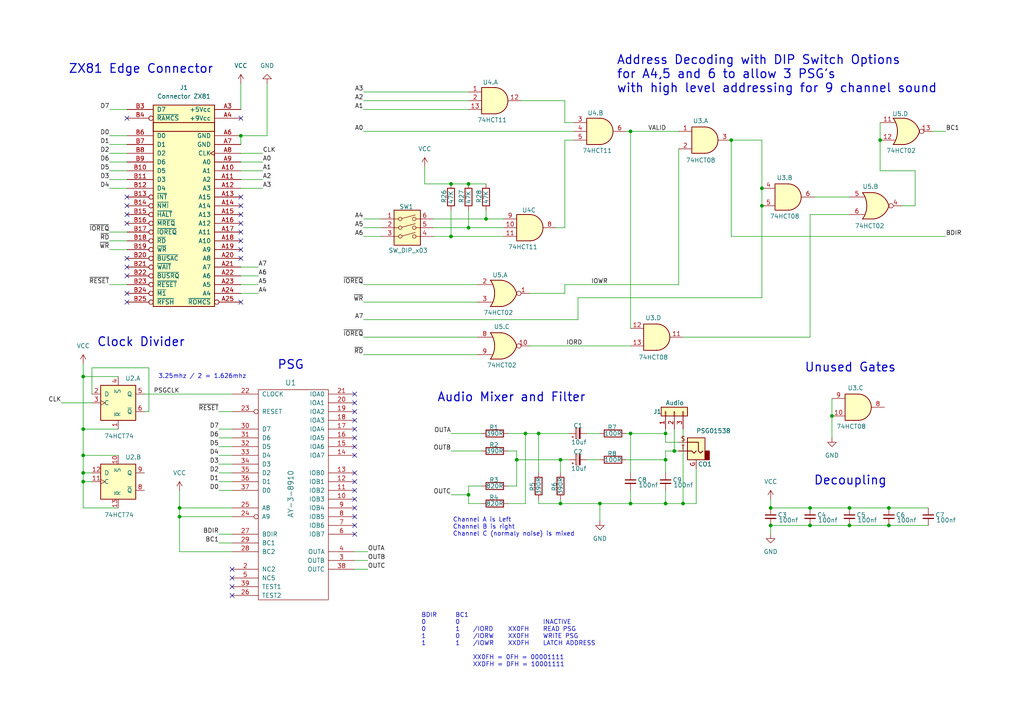
<source format=kicad_sch>
(kicad_sch (version 20250114) (generator "eeschema") (generator_version "9.0")
  (paper "A4")
  (title_block (title "JonZON-X") (date "2025-08-01") (rev "1.0"))
  (lib_symbols
    (symbol "74xx:74HCT74" (pin_names (offset 1.016))
      (property "Reference" "U" (at -7.62 8.89 0))
      (property "Value" "74HCT74" (at -7.62 -8.89 0))
      (symbol "74HCT74_1_0"
        (pin input line (at -7.62 2.54 0) (length 2.54) (name "D") (number "2"))
        (pin input clock (at -7.62 0 0) (length 2.54) (name "C") (number "3"))
        (pin input line (at 0 7.62 270) (length 2.54) (name "~{S}") (number "4"))
        (pin input line (at 0 -7.62 90) (length 2.54) (name "~{R}") (number "1"))
        (pin output line (at 7.62 2.54 180) (length 2.54) (name "Q") (number "5"))
        (pin output line (at 7.62 -2.54 180) (length 2.54) (name "~{Q}") (number "6"))
      )
      (symbol "74HCT74_2_0"
        (pin input line (at -7.62 2.54 0) (length 2.54) (name "D") (number "12"))
        (pin input clock (at -7.62 0 0) (length 2.54) (name "C") (number "11"))
        (pin input line (at 0 7.62 270) (length 2.54) (name "~{S}") (number "10"))
        (pin input line (at 0 -7.62 90) (length 2.54) (name "~{R}") (number "13"))
        (pin output line (at 7.62 2.54 180) (length 2.54) (name "Q") (number "9"))
        (pin output line (at 7.62 -2.54 180) (length 2.54) (name "~{Q}") (number "8"))
      )
      (symbol "74HCT74_3_0"
        (pin power_in line (at 0 10.16 270) (length 2.54) (name "VCC") (number "14"))
        (pin power_in line (at 0 -10.16 90) (length 2.54) (name "GND") (number "7"))
      )
    )
    (symbol "74xx:74LS02" (pin_names (offset 1.016))
      (property "Reference" "U" (at 0 1.27 0))
      (property "Value" "74LS02" (at 0 -1.27 0))
      (symbol "74LS02_1_1"
        (pin input line (at -7.62 2.54 0) (length 4.318) (name "~") (number "2"))
        (pin input line (at -7.62 -2.54 0) (length 4.318) (name "~") (number "3"))
        (pin output inverted (at 7.62 0 180) (length 3.81) (name "~") (number "1"))
      )
      (symbol "74LS02_1_2"
        (pin input inverted (at -7.62 2.54 0) (length 3.81) (name "~") (number "2"))
        (pin input inverted (at -7.62 -2.54 0) (length 3.81) (name "~") (number "3"))
        (pin output line (at 7.62 0 180) (length 3.81) (name "~") (number "1"))
      )
      (symbol "74LS02_2_1"
        (pin input line (at -7.62 2.54 0) (length 4.318) (name "~") (number "5"))
        (pin input line (at -7.62 -2.54 0) (length 4.318) (name "~") (number "6"))
        (pin output inverted (at 7.62 0 180) (length 3.81) (name "~") (number "4"))
      )
      (symbol "74LS02_2_2"
        (pin input inverted (at -7.62 2.54 0) (length 3.81) (name "~") (number "5"))
        (pin input inverted (at -7.62 -2.54 0) (length 3.81) (name "~") (number "6"))
        (pin output line (at 7.62 0 180) (length 3.81) (name "~") (number "4"))
      )
      (symbol "74LS02_3_1"
        (pin input line (at -7.62 2.54 0) (length 4.318) (name "~") (number "8"))
        (pin input line (at -7.62 -2.54 0) (length 4.318) (name "~") (number "9"))
        (pin output inverted (at 7.62 0 180) (length 3.81) (name "~") (number "10"))
      )
      (symbol "74LS02_3_2"
        (pin input inverted (at -7.62 2.54 0) (length 3.81) (name "~") (number "8"))
        (pin input inverted (at -7.62 -2.54 0) (length 3.81) (name "~") (number "9"))
        (pin output line (at 7.62 0 180) (length 3.81) (name "~") (number "10"))
      )
      (symbol "74LS02_4_1"
        (pin input line (at -7.62 2.54 0) (length 4.318) (name "~") (number "11"))
        (pin input line (at -7.62 -2.54 0) (length 4.318) (name "~") (number "12"))
        (pin output inverted (at 7.62 0 180) (length 3.81) (name "~") (number "13"))
      )
      (symbol "74LS02_4_2"
        (pin input inverted (at -7.62 2.54 0) (length 3.81) (name "~") (number "11"))
        (pin input inverted (at -7.62 -2.54 0) (length 3.81) (name "~") (number "12"))
        (pin output line (at 7.62 0 180) (length 3.81) (name "~") (number "13"))
      )
      (symbol "74LS02_5_0"
        (pin power_in line (at 0 12.7 270) (length 5.08) (name "VCC") (number "14"))
        (pin power_in line (at 0 -12.7 90) (length 5.08) (name "GND") (number "7"))
      )
    )
    (symbol "74xx:74LS08" (pin_names (offset 1.016))
      (property "Reference" "U" (at 0 1.27 0))
      (property "Value" "74LS08" (at 0 -1.27 0))
      (symbol "74LS08_1_1"
        (pin input line (at -7.62 2.54 0) (length 3.81) (name "~") (number "1"))
        (pin input line (at -7.62 -2.54 0) (length 3.81) (name "~") (number "2"))
        (pin output line (at 7.62 0 180) (length 3.81) (name "~") (number "3"))
      )
      (symbol "74LS08_1_2"
        (pin input inverted (at -7.62 2.54 0) (length 4.318) (name "~") (number "1"))
        (pin input inverted (at -7.62 -2.54 0) (length 4.318) (name "~") (number "2"))
        (pin output inverted (at 7.62 0 180) (length 3.81) (name "~") (number "3"))
      )
      (symbol "74LS08_2_1"
        (pin input line (at -7.62 2.54 0) (length 3.81) (name "~") (number "4"))
        (pin input line (at -7.62 -2.54 0) (length 3.81) (name "~") (number "5"))
        (pin output line (at 7.62 0 180) (length 3.81) (name "~") (number "6"))
      )
      (symbol "74LS08_2_2"
        (pin input inverted (at -7.62 2.54 0) (length 4.318) (name "~") (number "4"))
        (pin input inverted (at -7.62 -2.54 0) (length 4.318) (name "~") (number "5"))
        (pin output inverted (at 7.62 0 180) (length 3.81) (name "~") (number "6"))
      )
      (symbol "74LS08_3_1"
        (pin input line (at -7.62 2.54 0) (length 3.81) (name "~") (number "9"))
        (pin input line (at -7.62 -2.54 0) (length 3.81) (name "~") (number "10"))
        (pin output line (at 7.62 0 180) (length 3.81) (name "~") (number "8"))
      )
      (symbol "74LS08_3_2"
        (pin input inverted (at -7.62 2.54 0) (length 4.318) (name "~") (number "9"))
        (pin input inverted (at -7.62 -2.54 0) (length 4.318) (name "~") (number "10"))
        (pin output inverted (at 7.62 0 180) (length 3.81) (name "~") (number "8"))
      )
      (symbol "74LS08_4_1"
        (pin input line (at -7.62 2.54 0) (length 3.81) (name "~") (number "12"))
        (pin input line (at -7.62 -2.54 0) (length 3.81) (name "~") (number "13"))
        (pin output line (at 7.62 0 180) (length 3.81) (name "~") (number "11"))
      )
      (symbol "74LS08_4_2"
        (pin input inverted (at -7.62 2.54 0) (length 4.318) (name "~") (number "12"))
        (pin input inverted (at -7.62 -2.54 0) (length 4.318) (name "~") (number "13"))
        (pin output inverted (at 7.62 0 180) (length 3.81) (name "~") (number "11"))
      )
      (symbol "74LS08_5_0"
        (pin power_in line (at 0 12.7 270) (length 5.08) (name "VCC") (number "14"))
        (pin power_in line (at 0 -12.7 90) (length 5.08) (name "GND") (number "7"))
      )
    )
    (symbol "74xx:74LS11" (pin_names (offset 1.016))
      (property "Reference" "U" (at 0 1.27 0))
      (property "Value" "74LS11" (at 0 -1.27 0))
      (symbol "74LS11_1_1"
        (pin input line (at -7.62 2.54 0) (length 3.81) (name "~") (number "1"))
        (pin input line (at -7.62 0 0) (length 3.81) (name "~") (number "2"))
        (pin input line (at -7.62 -2.54 0) (length 3.81) (name "~") (number "13"))
        (pin output line (at 7.62 0 180) (length 3.81) (name "~") (number "12"))
      )
      (symbol "74LS11_1_2"
        (pin input inverted (at -7.62 2.54 0) (length 4.318) (name "~") (number "1"))
        (pin input inverted (at -7.62 0 0) (length 4.953) (name "~") (number "2"))
        (pin input inverted (at -7.62 -2.54 0) (length 4.318) (name "~") (number "13"))
        (pin output inverted (at 7.62 0 180) (length 3.81) (name "~") (number "12"))
      )
      (symbol "74LS11_2_1"
        (pin input line (at -7.62 2.54 0) (length 3.81) (name "~") (number "3"))
        (pin input line (at -7.62 0 0) (length 3.81) (name "~") (number "4"))
        (pin input line (at -7.62 -2.54 0) (length 3.81) (name "~") (number "5"))
        (pin output line (at 7.62 0 180) (length 3.81) (name "~") (number "6"))
      )
      (symbol "74LS11_2_2"
        (pin input inverted (at -7.62 2.54 0) (length 4.318) (name "~") (number "3"))
        (pin input inverted (at -7.62 0 0) (length 4.953) (name "~") (number "4"))
        (pin input inverted (at -7.62 -2.54 0) (length 4.318) (name "~") (number "5"))
        (pin output inverted (at 7.62 0 180) (length 3.81) (name "~") (number "6"))
      )
      (symbol "74LS11_3_1"
        (pin input line (at -7.62 2.54 0) (length 3.81) (name "~") (number "9"))
        (pin input line (at -7.62 0 0) (length 3.81) (name "~") (number "10"))
        (pin input line (at -7.62 -2.54 0) (length 3.81) (name "~") (number "11"))
        (pin output line (at 7.62 0 180) (length 3.81) (name "~") (number "8"))
      )
      (symbol "74LS11_3_2"
        (pin input inverted (at -7.62 2.54 0) (length 4.318) (name "~") (number "9"))
        (pin input inverted (at -7.62 0 0) (length 4.953) (name "~") (number "10"))
        (pin input inverted (at -7.62 -2.54 0) (length 4.318) (name "~") (number "11"))
        (pin output inverted (at 7.62 0 180) (length 3.81) (name "~") (number "8"))
      )
      (symbol "74LS11_4_0"
        (pin power_in line (at 0 12.7 270) (length 5.08) (name "VCC") (number "14"))
        (pin power_in line (at 0 -12.7 90) (length 5.08) (name "GND") (number "7"))
      )
    )
    (symbol "Connector_Audio:AudioJack2_Ground"
      (property "Reference" "J" (at 0 8.89 0))
      (property "Value" "AudioJack2_Ground" (at 0 6.35 0))
      (symbol "AudioJack2_Ground_1_1"
        (pin passive line (at 0 -5.08 90) (length 2.54) (name "~") (number "G"))
        (pin passive line (at 5.08 2.54 180) (length 2.54) (name "~") (number "S"))
        (pin passive line (at 5.08 0 180) (length 2.54) (name "~") (number "T"))
      )
    )
    (symbol "Connector_Generic:Conn_01x03" (pin_names (offset 1.016) (hide yes))
      (property "Reference" "J" (at 0 5.08 0))
      (property "Value" "Conn_01x03" (at 0 -5.08 0))
      (symbol "Conn_01x03_1_1"
        (pin passive line (at -5.08 2.54 0) (length 3.81) (name "Pin_1") (number "1"))
        (pin passive line (at -5.08 0 0) (length 3.81) (name "Pin_2") (number "2"))
        (pin passive line (at -5.08 -2.54 0) (length 3.81) (name "Pin_3") (number "3"))
      )
    )
    (symbol "Device:C_Polarized_Small" (pin_numbers (hide yes)) (pin_names (offset 0.254) (hide yes))
      (property "Reference" "C" (at 0.254 1.778 0))
      (property "Value" "C_Polarized_Small" (at 0.254 -2.032 0))
      (symbol "C_Polarized_Small_1_1"
        (pin passive line (at 0 2.54 270) (length 1.8542) (name "~") (number "1"))
        (pin passive line (at 0 -2.54 90) (length 1.8542) (name "~") (number "2"))
      )
    )
    (symbol "Device:C_Small" (pin_numbers (hide yes)) (pin_names (offset 0.254) (hide yes))
      (property "Reference" "C" (at 0.254 1.778 0))
      (property "Value" "C_Small" (at 0.254 -2.032 0))
      (symbol "C_Small_1_1"
        (pin passive line (at 0 2.54 270) (length 2.032) (name "~") (number "1"))
        (pin passive line (at 0 -2.54 90) (length 2.032) (name "~") (number "2"))
      )
    )
    (symbol "Device:R" (pin_numbers (hide yes)) (pin_names (offset 0))
      (property "Reference" "R1" (at -1.778 -1.27 90))
      (property "Value" "47K" (at 0 -1.778 90))
      (symbol "R_1_1"
        (pin passive line (at 0 3.81 270) (length 1.27) (name "~") (number "1"))
        (pin passive line (at 0 -3.81 90) (length 1.27) (name "~") (number "2"))
      )
    )
    (symbol "R_1" (pin_numbers (hide yes)) (pin_names (offset 0))
      (property "Reference" "R3" (at -1.778 -1.27 90))
      (property "Value" "47K" (at 0 -1.778 90))
      (symbol "R_1_1_1"
        (pin passive line (at 0 3.81 270) (length 1.27) (name "~") (number "1"))
        (pin passive line (at 0 -3.81 90) (length 1.27) (name "~") (number "2"))
      )
    )
    (symbol "R_2" (pin_numbers (hide yes)) (pin_names (offset 0))
      (property "Reference" "R2" (at -1.778 -1.27 90))
      (property "Value" "47K" (at 0 -1.778 90))
      (symbol "R_2_1_1"
        (pin passive line (at 0 3.81 270) (length 1.27) (name "~") (number "1"))
        (pin passive line (at 0 -3.81 90) (length 1.27) (name "~") (number "2"))
      )
    )
    (symbol "R_3" (pin_numbers (hide yes)) (pin_names (offset 0))
      (property "Reference" "R" (at 2.032 0 90))
      (property "Value" "R" (at 0 0 90))
      (symbol "R_3_1_1"
        (pin passive line (at 0 3.81 270) (length 1.27) (name "~") (number "1"))
        (pin passive line (at 0 -3.81 90) (length 1.27) (name "~") (number "2"))
      )
    )
    (symbol "R_4" (pin_numbers (hide yes)) (pin_names (offset 0))
      (property "Reference" "R" (at 2.032 0 90))
      (property "Value" "R" (at 0 0 90))
      (symbol "R_4_1_1"
        (pin passive line (at 0 3.81 270) (length 1.27) (name "~") (number "1"))
        (pin passive line (at 0 -3.81 90) (length 1.27) (name "~") (number "2"))
      )
    )
    (symbol "R_5" (pin_numbers (hide yes)) (pin_names (offset 0))
      (property "Reference" "R" (at 2.032 0 90))
      (property "Value" "R" (at 0 0 90))
      (symbol "R_5_1_1"
        (pin passive line (at 0 3.81 270) (length 1.27) (name "~") (number "1"))
        (pin passive line (at 0 -3.81 90) (length 1.27) (name "~") (number "2"))
      )
    )
    (symbol "R_6" (pin_numbers (hide yes)) (pin_names (offset 0))
      (property "Reference" "R" (at 2.032 0 90))
      (property "Value" "R" (at 0 0 90))
      (symbol "R_6_1_1"
        (pin passive line (at 0 3.81 270) (length 1.27) (name "~") (number "1"))
        (pin passive line (at 0 -3.81 90) (length 1.27) (name "~") (number "2"))
      )
    )
    (symbol "R_7" (pin_numbers (hide yes)) (pin_names (offset 0))
      (property "Reference" "R" (at 2.032 0 90))
      (property "Value" "R" (at 0 0 90))
      (symbol "R_7_1_1"
        (pin passive line (at 0 3.81 270) (length 1.27) (name "~") (number "1"))
        (pin passive line (at 0 -3.81 90) (length 1.27) (name "~") (number "2"))
      )
    )
    (symbol "R_8" (pin_numbers (hide yes)) (pin_names (offset 0))
      (property "Reference" "R" (at 2.032 0 90))
      (property "Value" "R" (at 0 0 90))
      (symbol "R_8_1_1"
        (pin passive line (at 0 3.81 270) (length 1.27) (name "~") (number "1"))
        (pin passive line (at 0 -3.81 90) (length 1.27) (name "~") (number "2"))
      )
    )
    (symbol "Switch:SW_DIP_x03" (pin_names (offset 0) (hide yes))
      (property "Reference" "SW" (at 0 6.35 0))
      (property "Value" "SW_DIP_x03" (at 0 -6.35 0))
      (symbol "SW_DIP_x03_1_1"
        (pin passive line (at -7.62 2.54 0) (length 5.08) (name "~") (number "1"))
        (pin passive line (at -7.62 0 0) (length 5.08) (name "~") (number "2"))
        (pin passive line (at -7.62 -2.54 0) (length 5.08) (name "~") (number "3"))
        (pin passive line (at 7.62 2.54 180) (length 5.08) (name "~") (number "6"))
        (pin passive line (at 7.62 0 180) (length 5.08) (name "~") (number "5"))
        (pin passive line (at 7.62 -2.54 180) (length 5.08) (name "~") (number "4"))
      )
    )
    (symbol "ay-3-8910:AY-3-8910" (pin_names (offset 1.016))
      (property "Reference" "U" (at -2.54 19.05 0))
      (property "Value" "AY-3-8910" (at 1.27 8.89 0))
      (symbol "AY-3-8910_1_1"
        (pin input line (at -17.78 29.21 0) (length 7.62) (name "CLOCK") (number "22"))
        (pin input inverted (at -17.78 24.13 0) (length 7.62) (name "RESET") (number "23"))
        (pin bidirectional line (at -17.78 19.05 0) (length 7.62) (name "D7") (number "30"))
        (pin bidirectional line (at -17.78 16.51 0) (length 7.62) (name "D6") (number "31"))
        (pin bidirectional line (at -17.78 13.97 0) (length 7.62) (name "D5") (number "32"))
        (pin bidirectional line (at -17.78 11.43 0) (length 7.62) (name "D4") (number "33"))
        (pin bidirectional line (at -17.78 8.89 0) (length 7.62) (name "D3") (number "34"))
        (pin bidirectional line (at -17.78 6.35 0) (length 7.62) (name "D2") (number "35"))
        (pin bidirectional line (at -17.78 3.81 0) (length 7.62) (name "D1") (number "36"))
        (pin bidirectional line (at -17.78 1.27 0) (length 7.62) (name "D0") (number "37"))
        (pin input line (at -17.78 -3.81 0) (length 7.62) (name "A8") (number "25"))
        (pin input inverted (at -17.78 -6.35 0) (length 7.62) (name "A9") (number "24"))
        (pin input line (at -17.78 -11.43 0) (length 7.62) (name "BDIR") (number "27"))
        (pin input line (at -17.78 -13.97 0) (length 7.62) (name "BC1") (number "29"))
        (pin input line (at -17.78 -16.51 0) (length 7.62) (name "BC2") (number "28"))
        (pin input line (at -17.78 -21.59 0) (length 7.62) (name "NC2") (number "2"))
        (pin input line (at -17.78 -24.13 0) (length 7.62) (name "NC5") (number "5"))
        (pin input line (at -17.78 -26.67 0) (length 7.62) (name "TEST1") (number "39"))
        (pin input line (at -17.78 -29.21 0) (length 7.62) (name "TEST2") (number "26"))
        (pin power_in line (at -1.27 38.1 270) (length 7.62) (hide yes) (name "VCC") (number "40"))
        (pin power_in line (at -1.27 -38.1 90) (length 7.62) (hide yes) (name "GND") (number "1"))
        (pin bidirectional line (at 17.78 29.21 180) (length 7.62) (name "IOA0") (number "21"))
        (pin bidirectional line (at 17.78 26.67 180) (length 7.62) (name "IOA1") (number "20"))
        (pin bidirectional line (at 17.78 24.13 180) (length 7.62) (name "IOA2") (number "19"))
        (pin bidirectional line (at 17.78 21.59 180) (length 7.62) (name "IOA3") (number "18"))
        (pin bidirectional line (at 17.78 19.05 180) (length 7.62) (name "IOA4") (number "17"))
        (pin bidirectional line (at 17.78 16.51 180) (length 7.62) (name "IOA5") (number "16"))
        (pin bidirectional line (at 17.78 13.97 180) (length 7.62) (name "IOA6") (number "15"))
        (pin bidirectional line (at 17.78 11.43 180) (length 7.62) (name "IOA7") (number "14"))
        (pin bidirectional line (at 17.78 6.35 180) (length 7.62) (name "IOB0") (number "13"))
        (pin bidirectional line (at 17.78 3.81 180) (length 7.62) (name "IOB1") (number "12"))
        (pin bidirectional line (at 17.78 1.27 180) (length 7.62) (name "IOB2") (number "11"))
        (pin bidirectional line (at 17.78 -1.27 180) (length 7.62) (name "IOB3") (number "10"))
        (pin bidirectional line (at 17.78 -3.81 180) (length 7.62) (name "IOB4") (number "9"))
        (pin bidirectional line (at 17.78 -6.35 180) (length 7.62) (name "IOB5") (number "8"))
        (pin bidirectional line (at 17.78 -8.89 180) (length 7.62) (name "IOB6") (number "7"))
        (pin bidirectional line (at 17.78 -11.43 180) (length 7.62) (name "IOB7") (number "6"))
        (pin output line (at 17.78 -16.51 180) (length 7.62) (name "OUTA") (number "4"))
        (pin output line (at 17.78 -19.05 180) (length 7.62) (name "OUTB") (number "3"))
        (pin output line (at 17.78 -21.59 180) (length 7.62) (name "OUTC") (number "38"))
      )
    )
    (symbol "connector zx81:Connector ZX81" (pin_names (offset 1.016))
      (property "Reference" "J" (at 1.27 36.83 0))
      (property "Value" "Connector ZX81" (at 1.27 -29.972 0))
      (symbol "Connector ZX81_1_1"
        (pin bidirectional line (at -16.51 29.21 0) (length 7.62) (name "D7") (number "B3"))
        (pin input inverted (at -16.51 26.67 0) (length 7.62) (name "~{RAMCS}") (number "B4"))
        (pin bidirectional line (at -16.51 21.59 0) (length 7.62) (name "D0") (number "B6"))
        (pin bidirectional line (at -16.51 19.05 0) (length 7.62) (name "D1") (number "B7"))
        (pin bidirectional line (at -16.51 16.51 0) (length 7.62) (name "D2") (number "B8"))
        (pin bidirectional line (at -16.51 13.97 0) (length 7.62) (name "D6") (number "B9"))
        (pin bidirectional line (at -16.51 11.43 0) (length 7.62) (name "D5") (number "B10"))
        (pin bidirectional line (at -16.51 8.89 0) (length 7.62) (name "D3") (number "B11"))
        (pin bidirectional line (at -16.51 6.35 0) (length 7.62) (name "D4") (number "B12"))
        (pin bidirectional inverted (at -16.51 3.81 0) (length 7.62) (name "~{INT}") (number "B13"))
        (pin bidirectional inverted (at -16.51 1.27 0) (length 7.62) (name "~{NMI}") (number "B14"))
        (pin bidirectional inverted (at -16.51 -1.27 0) (length 7.62) (name "~{HALT}") (number "B15"))
        (pin bidirectional inverted (at -16.51 -3.81 0) (length 7.62) (name "~{MREQ}") (number "B16"))
        (pin bidirectional inverted (at -16.51 -6.35 0) (length 7.62) (name "~{IOREQ}") (number "B17"))
        (pin bidirectional inverted (at -16.51 -8.89 0) (length 7.62) (name "~{RD}") (number "B18"))
        (pin bidirectional inverted (at -16.51 -11.43 0) (length 7.62) (name "~{WR}") (number "B19"))
        (pin bidirectional inverted (at -16.51 -13.97 0) (length 7.62) (name "~{BUSAC}") (number "B20"))
        (pin bidirectional inverted (at -16.51 -16.51 0) (length 7.62) (name "~{WAIT}") (number "B21"))
        (pin bidirectional inverted (at -16.51 -19.05 0) (length 7.62) (name "~{BUSRQ}") (number "B22"))
        (pin bidirectional inverted (at -16.51 -21.59 0) (length 7.62) (name "~{RESET}") (number "B23"))
        (pin bidirectional inverted (at -16.51 -24.13 0) (length 7.62) (name "~{M1}") (number "B24"))
        (pin bidirectional inverted (at -16.51 -26.67 0) (length 7.62) (name "~{RFSH}") (number "B25"))
        (pin bidirectional line (at 16.51 29.21 180) (length 7.62) (name "+5Vcc") (number "A3"))
        (pin bidirectional line (at 16.51 26.67 180) (length 7.62) (name "+9Vcc") (number "A4"))
        (pin bidirectional line (at 16.51 21.59 180) (length 7.62) (name "GND") (number "A6"))
        (pin bidirectional line (at 16.51 19.05 180) (length 7.62) (name "GND") (number "A7"))
        (pin bidirectional clock (at 16.51 16.51 180) (length 7.62) (name "CLK") (number "A8"))
        (pin bidirectional line (at 16.51 13.97 180) (length 7.62) (name "A0") (number "A9"))
        (pin bidirectional line (at 16.51 11.43 180) (length 7.62) (name "A1") (number "A10"))
        (pin bidirectional line (at 16.51 8.89 180) (length 7.62) (name "A2") (number "A11"))
        (pin bidirectional line (at 16.51 6.35 180) (length 7.62) (name "A3") (number "A12"))
        (pin bidirectional line (at 16.51 3.81 180) (length 7.62) (name "A15") (number "A13"))
        (pin bidirectional line (at 16.51 1.27 180) (length 7.62) (name "A14") (number "A14"))
        (pin bidirectional line (at 16.51 -1.27 180) (length 7.62) (name "A13") (number "A15"))
        (pin bidirectional line (at 16.51 -3.81 180) (length 7.62) (name "A12") (number "A16"))
        (pin bidirectional line (at 16.51 -6.35 180) (length 7.62) (name "A11") (number "A17"))
        (pin bidirectional line (at 16.51 -8.89 180) (length 7.62) (name "A10") (number "A18"))
        (pin bidirectional line (at 16.51 -11.43 180) (length 7.62) (name "A9") (number "A19"))
        (pin bidirectional line (at 16.51 -13.97 180) (length 7.62) (name "A8") (number "A20"))
        (pin bidirectional line (at 16.51 -16.51 180) (length 7.62) (name "A7") (number "A21"))
        (pin bidirectional line (at 16.51 -19.05 180) (length 7.62) (name "A6") (number "A22"))
        (pin bidirectional line (at 16.51 -21.59 180) (length 7.62) (name "A5") (number "A23"))
        (pin bidirectional line (at 16.51 -24.13 180) (length 7.62) (name "A4") (number "A24"))
        (pin bidirectional inverted (at 16.51 -26.67 180) (length 7.62) (name "~{ROMCS}") (number "A25"))
      )
    )
    (symbol "power:GND" (power) (pin_numbers (hide yes)) (pin_names (offset 0) (hide yes))
      (property "Value" "GND" (at 0 -3.81 0))
      (symbol "GND_1_1"
        (pin power_in line (at 0 0 270) (length 0) (name "~") (number "1"))
      )
    )
    (symbol "power:VCC" (power) (pin_numbers (hide yes)) (pin_names (offset 0) (hide yes))
      (property "Value" "VCC" (at 0 3.556 0))
      (symbol "VCC_1_1"
        (pin power_in line (at 0 0 90) (length 0) (name "~") (number "1"))
      )
    )
  )
  (text "Address Decoding with DIP Switch Options \nfor A4,5 and 6 to allow 3 PSG's\nwith high level addressing for 9 channel sound" (at 178.816 21.59 0) (effects (font (size 2.54 2.54) (thickness 0.3175)) (justify left)))
  (text "ZX81 Edge Connector" (at 40.894 20.066 0) (effects (font (size 2.54 2.54) (thickness 0.3175))))
  (text "PSG" (at 84.328 105.918 0) (effects (font (size 2.54 2.54) (thickness 0.3175))))
  (text "Decoupling" (at 246.634 139.446 0) (effects (font (size 2.54 2.54) (thickness 0.3175))))
  (text "Clock Divider" (at 40.894 99.314 0) (effects (font (size 2.54 2.54) (thickness 0.3175))))
  (text "Unused Gates" (at 246.634 106.68 0) (effects (font (size 2.54 2.54) (thickness 0.3175))))
  (text "BDIR	BC1\n0		0					INACTIVE\n0		1	/IORD	XX0FH	READ PSG\n1		0	/IORW	XX0FH	WRITE PSG\n1		1	/IOWR	XXDFH	LATCH ADDRESS\n\n			XX0FH = 0FH = 00001111\n			XXDFH = DFH = 10001111" (at 122.174 185.674 0) (effects (font (size 1.27 1.27)) (justify left)))
  (text "Channel A is Left\nChannel B is right\nChannel C (normaly noise) is mixed" (at 131.318 152.908 0) (effects (font (size 1.27 1.27)) (justify left)))
  (text "Audio Mixer and Filter" (at 148.336 115.316 0) (effects (font (size 2.54 2.54) (thickness 0.3175))))
  (text "3.25mhz / 2 = 1.626mhz" (at 58.674 109.22 0) (effects (font (size 1.27 1.27))))
  (junction (at 140.97 63.5))
  (junction (at 135.89 53.34))
  (junction (at 52.07 149.86))
  (junction (at 223.52 152.4))
  (junction (at 223.52 147.32))
  (junction (at 162.56 146.05))
  (junction (at 220.98 59.69))
  (junction (at 193.04 133.35))
  (junction (at 246.38 152.4))
  (junction (at 198.12 146.05))
  (junction (at 24.13 124.46))
  (junction (at 257.81 147.32))
  (junction (at 246.38 147.32))
  (junction (at 149.86 133.35))
  (junction (at 173.99 146.05))
  (junction (at 241.3 120.65))
  (junction (at 24.13 137.16))
  (junction (at 195.58 130.81))
  (junction (at 135.89 66.04))
  (junction (at 193.04 146.05))
  (junction (at 130.81 68.58))
  (junction (at 182.88 146.05))
  (junction (at 255.27 40.64))
  (junction (at 193.04 125.73))
  (junction (at 52.07 147.32))
  (junction (at 130.81 53.34))
  (junction (at 182.88 125.73))
  (junction (at 156.21 125.73))
  (junction (at 234.95 147.32))
  (junction (at 152.4 125.73))
  (junction (at 257.81 152.4))
  (junction (at 69.85 39.37))
  (junction (at 220.98 54.61))
  (junction (at 24.13 109.22))
  (junction (at 24.13 132.08))
  (junction (at 234.95 152.4))
  (junction (at 135.89 143.51))
  (junction (at 162.56 133.35))
  (junction (at 182.88 38.1))
  (junction (at 212.09 40.64))
  (junction (at 24.13 139.7))
  (no_connect (at 69.85 67.31))
  (no_connect (at 69.85 57.15))
  (no_connect (at 67.31 170.18))
  (no_connect (at 69.85 74.93))
  (no_connect (at 102.87 139.7))
  (no_connect (at 102.87 152.4))
  (no_connect (at 36.83 87.63))
  (no_connect (at 69.85 64.77))
  (no_connect (at 36.83 62.23))
  (no_connect (at 36.83 64.77))
  (no_connect (at 69.85 62.23))
  (no_connect (at 67.31 172.72))
  (no_connect (at 102.87 142.24))
  (no_connect (at 69.85 34.29))
  (no_connect (at 102.87 119.38))
  (no_connect (at 69.85 59.69))
  (no_connect (at 102.87 124.46))
  (no_connect (at 102.87 129.54))
  (no_connect (at 102.87 127))
  (no_connect (at 36.83 85.09))
  (no_connect (at 36.83 80.01))
  (no_connect (at 102.87 121.92))
  (no_connect (at 102.87 149.86))
  (no_connect (at 69.85 72.39))
  (no_connect (at 36.83 77.47))
  (no_connect (at 67.31 165.1))
  (no_connect (at 36.83 34.29))
  (no_connect (at 36.83 57.15))
  (no_connect (at 102.87 137.16))
  (no_connect (at 102.87 144.78))
  (no_connect (at 102.87 154.94))
  (no_connect (at 102.87 132.08))
  (no_connect (at 102.87 116.84))
  (no_connect (at 67.31 167.64))
  (no_connect (at 69.85 69.85))
  (no_connect (at 69.85 87.63))
  (no_connect (at 102.87 147.32))
  (no_connect (at 36.83 74.93))
  (no_connect (at 102.87 114.3))
  (no_connect (at 36.83 59.69))
  (wire (pts (xy 198.12 146.05) (xy 201.93 146.05)))
  (wire (pts (xy 193.04 142.24) (xy 193.04 146.05)))
  (wire (pts (xy 274.32 68.58) (xy 212.09 68.58)))
  (wire (pts (xy 74.93 82.55) (xy 69.85 82.55)))
  (wire (pts (xy 147.32 125.73) (xy 152.4 125.73)))
  (wire (pts (xy 173.99 151.13) (xy 173.99 146.05)))
  (wire (pts (xy 163.83 35.56) (xy 166.37 35.56)))
  (wire (pts (xy 31.75 67.31) (xy 36.83 67.31)))
  (wire (pts (xy 220.98 86.36) (xy 220.98 59.69)))
  (wire (pts (xy 26.67 137.16) (xy 24.13 137.16)))
  (wire (pts (xy 149.86 140.97) (xy 149.86 133.35)))
  (wire (pts (xy 147.32 140.97) (xy 149.86 140.97)))
  (wire (pts (xy 52.07 149.86) (xy 52.07 160.02)))
  (wire (pts (xy 152.4 125.73) (xy 156.21 125.73)))
  (wire (pts (xy 234.95 152.4) (xy 246.38 152.4)))
  (wire (pts (xy 193.04 133.35) (xy 193.04 137.16)))
  (wire (pts (xy 110.49 66.04) (xy 105.41 66.04)))
  (wire (pts (xy 63.5 142.24) (xy 67.31 142.24)))
  (wire (pts (xy 106.68 165.1) (xy 102.87 165.1)))
  (wire (pts (xy 135.89 53.34) (xy 140.97 53.34)))
  (wire (pts (xy 63.5 124.46) (xy 67.31 124.46)))
  (wire (pts (xy 26.67 139.7) (xy 24.13 139.7)))
  (wire (pts (xy 182.88 38.1) (xy 181.61 38.1)))
  (wire (pts (xy 162.56 133.35) (xy 165.1 133.35)))
  (wire (pts (xy 246.38 152.4) (xy 257.81 152.4)))
  (wire (pts (xy 105.41 38.1) (xy 166.37 38.1)))
  (wire (pts (xy 223.52 152.4) (xy 223.52 154.94)))
  (wire (pts (xy 167.64 86.36) (xy 220.98 86.36)))
  (wire (pts (xy 106.68 160.02) (xy 102.87 160.02)))
  (wire (pts (xy 41.91 114.3) (xy 67.31 114.3)))
  (wire (pts (xy 182.88 125.73) (xy 193.04 125.73)))
  (wire (pts (xy 201.93 135.89) (xy 201.93 146.05)))
  (wire (pts (xy 246.38 147.32) (xy 257.81 147.32)))
  (wire (pts (xy 69.85 39.37) (xy 69.85 41.91)))
  (wire (pts (xy 265.43 49.53) (xy 265.43 59.69)))
  (wire (pts (xy 24.13 147.32) (xy 24.13 139.7)))
  (wire (pts (xy 162.56 137.16) (xy 162.56 133.35)))
  (wire (pts (xy 182.88 38.1) (xy 196.85 38.1)))
  (wire (pts (xy 220.98 40.64) (xy 220.98 54.61)))
  (wire (pts (xy 63.5 139.7) (xy 67.31 139.7)))
  (wire (pts (xy 34.29 147.32) (xy 24.13 147.32)))
  (wire (pts (xy 52.07 149.86) (xy 67.31 149.86)))
  (wire (pts (xy 234.95 147.32) (xy 246.38 147.32)))
  (wire (pts (xy 198.12 97.79) (xy 234.95 97.79)))
  (wire (pts (xy 241.3 115.57) (xy 241.3 120.65)))
  (wire (pts (xy 130.81 60.96) (xy 130.81 68.58)))
  (wire (pts (xy 135.89 66.04) (xy 146.05 66.04)))
  (wire (pts (xy 74.93 80.01) (xy 69.85 80.01)))
  (wire (pts (xy 110.49 68.58) (xy 105.41 68.58)))
  (wire (pts (xy 181.61 133.35) (xy 193.04 133.35)))
  (wire (pts (xy 125.73 68.58) (xy 130.81 68.58)))
  (wire (pts (xy 74.93 77.47) (xy 69.85 77.47)))
  (wire (pts (xy 43.18 106.68) (xy 43.18 119.38)))
  (wire (pts (xy 63.5 154.94) (xy 67.31 154.94)))
  (wire (pts (xy 149.86 133.35) (xy 162.56 133.35)))
  (wire (pts (xy 223.52 152.4) (xy 234.95 152.4)))
  (wire (pts (xy 255.27 35.56) (xy 255.27 40.64)))
  (wire (pts (xy 63.5 132.08) (xy 67.31 132.08)))
  (wire (pts (xy 149.86 133.35) (xy 149.86 130.81)))
  (wire (pts (xy 156.21 144.78) (xy 156.21 146.05)))
  (wire (pts (xy 182.88 125.73) (xy 182.88 137.16)))
  (wire (pts (xy 130.81 68.58) (xy 146.05 68.58)))
  (wire (pts (xy 125.73 66.04) (xy 135.89 66.04)))
  (wire (pts (xy 196.85 82.55) (xy 196.85 43.18)))
  (wire (pts (xy 31.75 49.53) (xy 36.83 49.53)))
  (wire (pts (xy 105.41 102.87) (xy 138.43 102.87)))
  (wire (pts (xy 105.41 87.63) (xy 138.43 87.63)))
  (wire (pts (xy 130.81 53.34) (xy 135.89 53.34)))
  (wire (pts (xy 257.81 147.32) (xy 269.24 147.32)))
  (wire (pts (xy 26.67 114.3) (xy 26.67 106.68)))
  (wire (pts (xy 34.29 109.22) (xy 24.13 109.22)))
  (wire (pts (xy 77.47 39.37) (xy 69.85 39.37)))
  (wire (pts (xy 156.21 146.05) (xy 162.56 146.05)))
  (wire (pts (xy 182.88 38.1) (xy 182.88 95.25)))
  (wire (pts (xy 198.12 124.46) (xy 198.12 146.05)))
  (wire (pts (xy 63.5 134.62) (xy 67.31 134.62)))
  (wire (pts (xy 193.04 125.73) (xy 193.04 128.27)))
  (wire (pts (xy 236.22 57.15) (xy 246.38 57.15)))
  (wire (pts (xy 105.41 29.21) (xy 135.89 29.21)))
  (wire (pts (xy 105.41 26.67) (xy 135.89 26.67)))
  (wire (pts (xy 31.75 41.91) (xy 36.83 41.91)))
  (wire (pts (xy 24.13 139.7) (xy 24.13 137.16)))
  (wire (pts (xy 162.56 146.05) (xy 173.99 146.05)))
  (wire (pts (xy 193.04 146.05) (xy 198.12 146.05)))
  (wire (pts (xy 52.07 160.02) (xy 67.31 160.02)))
  (wire (pts (xy 130.81 143.51) (xy 135.89 143.51)))
  (wire (pts (xy 63.5 119.38) (xy 67.31 119.38)))
  (wire (pts (xy 167.64 92.71) (xy 105.41 92.71)))
  (wire (pts (xy 125.73 63.5) (xy 140.97 63.5)))
  (wire (pts (xy 52.07 142.24) (xy 52.07 147.32)))
  (wire (pts (xy 76.2 49.53) (xy 69.85 49.53)))
  (wire (pts (xy 31.75 54.61) (xy 36.83 54.61)))
  (wire (pts (xy 147.32 146.05) (xy 152.4 146.05)))
  (wire (pts (xy 241.3 120.65) (xy 241.3 127)))
  (wire (pts (xy 34.29 124.46) (xy 24.13 124.46)))
  (wire (pts (xy 130.81 130.81) (xy 139.7 130.81)))
  (wire (pts (xy 17.78 116.84) (xy 26.67 116.84)))
  (wire (pts (xy 163.83 82.55) (xy 196.85 82.55)))
  (wire (pts (xy 173.99 146.05) (xy 182.88 146.05)))
  (wire (pts (xy 193.04 133.35) (xy 193.04 130.81)))
  (wire (pts (xy 220.98 40.64) (xy 212.09 40.64)))
  (wire (pts (xy 24.13 132.08) (xy 24.13 137.16)))
  (wire (pts (xy 24.13 109.22) (xy 24.13 124.46)))
  (wire (pts (xy 123.19 48.26) (xy 123.19 53.34)))
  (wire (pts (xy 63.5 137.16) (xy 67.31 137.16)))
  (wire (pts (xy 67.31 147.32) (xy 52.07 147.32)))
  (wire (pts (xy 74.93 85.09) (xy 69.85 85.09)))
  (wire (pts (xy 76.2 54.61) (xy 69.85 54.61)))
  (wire (pts (xy 31.75 52.07) (xy 36.83 52.07)))
  (wire (pts (xy 76.2 52.07) (xy 69.85 52.07)))
  (wire (pts (xy 156.21 125.73) (xy 165.1 125.73)))
  (wire (pts (xy 161.29 66.04) (xy 163.83 66.04)))
  (wire (pts (xy 163.83 82.55) (xy 163.83 85.09)))
  (wire (pts (xy 76.2 46.99) (xy 69.85 46.99)))
  (wire (pts (xy 31.75 72.39) (xy 36.83 72.39)))
  (wire (pts (xy 31.75 31.75) (xy 36.83 31.75)))
  (wire (pts (xy 163.83 40.64) (xy 166.37 40.64)))
  (wire (pts (xy 135.89 140.97) (xy 135.89 143.51)))
  (wire (pts (xy 26.67 106.68) (xy 43.18 106.68)))
  (wire (pts (xy 163.83 66.04) (xy 163.83 40.64)))
  (wire (pts (xy 52.07 147.32) (xy 52.07 149.86)))
  (wire (pts (xy 105.41 31.75) (xy 135.89 31.75)))
  (wire (pts (xy 153.67 100.33) (xy 182.88 100.33)))
  (wire (pts (xy 170.18 125.73) (xy 173.99 125.73)))
  (wire (pts (xy 31.75 39.37) (xy 36.83 39.37)))
  (wire (pts (xy 77.47 24.13) (xy 77.47 39.37)))
  (wire (pts (xy 69.85 24.13) (xy 69.85 31.75)))
  (wire (pts (xy 105.41 97.79) (xy 138.43 97.79)))
  (wire (pts (xy 193.04 130.81) (xy 195.58 130.81)))
  (wire (pts (xy 135.89 60.96) (xy 135.89 66.04)))
  (wire (pts (xy 181.61 125.73) (xy 182.88 125.73)))
  (wire (pts (xy 140.97 60.96) (xy 140.97 63.5)))
  (wire (pts (xy 63.5 127) (xy 67.31 127)))
  (wire (pts (xy 274.32 38.1) (xy 270.51 38.1)))
  (wire (pts (xy 234.95 62.23) (xy 246.38 62.23)))
  (wire (pts (xy 234.95 97.79) (xy 234.95 62.23)))
  (wire (pts (xy 63.5 129.54) (xy 67.31 129.54)))
  (wire (pts (xy 110.49 63.5) (xy 105.41 63.5)))
  (wire (pts (xy 257.81 152.4) (xy 269.24 152.4)))
  (wire (pts (xy 123.19 53.34) (xy 130.81 53.34)))
  (wire (pts (xy 162.56 144.78) (xy 162.56 146.05)))
  (wire (pts (xy 195.58 124.46) (xy 195.58 130.81)))
  (wire (pts (xy 156.21 125.73) (xy 156.21 137.16)))
  (wire (pts (xy 105.41 82.55) (xy 138.43 82.55)))
  (wire (pts (xy 24.13 132.08) (xy 34.29 132.08)))
  (wire (pts (xy 212.09 68.58) (xy 212.09 40.64)))
  (wire (pts (xy 163.83 85.09) (xy 153.67 85.09)))
  (wire (pts (xy 152.4 146.05) (xy 152.4 125.73)))
  (wire (pts (xy 163.83 29.21) (xy 163.83 35.56)))
  (wire (pts (xy 135.89 146.05) (xy 139.7 146.05)))
  (wire (pts (xy 24.13 124.46) (xy 24.13 132.08)))
  (wire (pts (xy 170.18 133.35) (xy 173.99 133.35)))
  (wire (pts (xy 182.88 146.05) (xy 193.04 146.05)))
  (wire (pts (xy 63.5 157.48) (xy 67.31 157.48)))
  (wire (pts (xy 31.75 69.85) (xy 36.83 69.85)))
  (wire (pts (xy 43.18 119.38) (xy 41.91 119.38)))
  (wire (pts (xy 220.98 59.69) (xy 220.98 54.61)))
  (wire (pts (xy 223.52 144.78) (xy 223.52 147.32)))
  (wire (pts (xy 195.58 130.81) (xy 196.85 130.81)))
  (wire (pts (xy 265.43 59.69) (xy 261.62 59.69)))
  (wire (pts (xy 223.52 147.32) (xy 234.95 147.32)))
  (wire (pts (xy 130.81 125.73) (xy 139.7 125.73)))
  (wire (pts (xy 31.75 46.99) (xy 36.83 46.99)))
  (wire (pts (xy 31.75 44.45) (xy 36.83 44.45)))
  (wire (pts (xy 24.13 105.41) (xy 24.13 109.22)))
  (wire (pts (xy 167.64 86.36) (xy 167.64 92.71)))
  (wire (pts (xy 193.04 128.27) (xy 196.85 128.27)))
  (wire (pts (xy 147.32 130.81) (xy 149.86 130.81)))
  (wire (pts (xy 76.2 44.45) (xy 69.85 44.45)))
  (wire (pts (xy 31.75 82.55) (xy 36.83 82.55)))
  (wire (pts (xy 255.27 40.64) (xy 255.27 49.53)))
  (wire (pts (xy 255.27 49.53) (xy 265.43 49.53)))
  (wire (pts (xy 151.13 29.21) (xy 163.83 29.21)))
  (wire (pts (xy 135.89 146.05) (xy 135.89 143.51)))
  (wire (pts (xy 106.68 162.56) (xy 102.87 162.56)))
  (wire (pts (xy 182.88 142.24) (xy 182.88 146.05)))
  (wire (pts (xy 140.97 63.5) (xy 146.05 63.5)))
  (wire (pts (xy 193.04 124.46) (xy 193.04 125.73)))
  (wire (pts (xy 139.7 140.97) (xy 135.89 140.97)))
  (label "BC1" (at 63.5 157.48 180))
  (label "D4" (at 63.5 132.08 180))
  (label "IORD" (at 168.91 100.33 180))
  (label "D5" (at 31.75 49.53 180))
  (label "BC1" (at 274.32 38.1 0))
  (label "~{IOREQ}" (at 105.41 82.55 180))
  (label "A3" (at 105.41 26.67 180))
  (label "A3" (at 76.2 54.61 0))
  (label "OUTB" (at 106.68 162.56 0))
  (label "~{RD}" (at 105.41 102.87 180))
  (label "D2" (at 31.75 44.45 180))
  (label "A7" (at 105.41 92.71 180))
  (label "CLK" (at 76.2 44.45 0))
  (label "A2" (at 76.2 52.07 0))
  (label "D0" (at 63.5 142.24 180))
  (label "BDIR" (at 274.32 68.58 0))
  (label "~{IOREQ}" (at 105.41 97.79 180))
  (label "~{WR}" (at 105.41 87.63 180))
  (label "A4" (at 74.93 85.09 0))
  (label "OUTC" (at 106.68 165.1 0))
  (label "OUTB" (at 130.81 130.81 180))
  (label "A2" (at 105.41 29.21 180))
  (label "A4" (at 105.41 63.5 180))
  (label "D3" (at 63.5 134.62 180))
  (label "D6" (at 31.75 46.99 180))
  (label "A1" (at 105.41 31.75 180))
  (label "A5" (at 105.41 66.04 180))
  (label "OUTC" (at 130.81 143.51 180))
  (label "A0" (at 105.41 38.1 180))
  (label "A6" (at 105.41 68.58 180))
  (label "OUTA" (at 130.81 125.73 180))
  (label "D4" (at 31.75 54.61 180))
  (label "A0" (at 76.2 46.99 0))
  (label "A1" (at 76.2 49.53 0))
  (label "~{WR}" (at 31.75 72.39 180))
  (label "IOWR" (at 171.45 82.55 0))
  (label "PSGCLK" (at 52.07 114.3 180))
  (label "D7" (at 63.5 124.46 180))
  (label "D5" (at 63.5 129.54 180))
  (label "CLK" (at 17.78 116.84 180))
  (label "D1" (at 63.5 139.7 180))
  (label "~{RD}" (at 31.75 69.85 180))
  (label "OUTA" (at 106.68 160.02 0))
  (label "~{RESET}" (at 63.5 119.38 180))
  (label "D6" (at 63.5 127 180))
  (label "D2" (at 63.5 137.16 180))
  (label "~{IOREQ}" (at 31.75 67.31 180))
  (label "BDIR" (at 63.5 154.94 180))
  (label "A6" (at 74.93 80.01 0))
  (label "~{RESET}" (at 31.75 82.55 180))
  (label "D1" (at 31.75 41.91 180))
  (label "D0" (at 31.75 39.37 180))
  (label "A7" (at 74.93 77.47 0))
  (label "D7" (at 31.75 31.75 180))
  (label "VALID" (at 187.96 38.1 0))
  (label "D3" (at 31.75 52.07 180))
  (label "A5" (at 74.93 82.55 0))
  (symbol (lib_id "power:GND") (at 173.99 151.13 0) (unit 1)
    (property "Reference" "#PWR04" (effects (hide yes)))
    (property "Value" "GND" (at 173.99 156.21 0))
    (property "Description" "Power symbol creates a global label with name \"GND\" , ground" (effects (hide yes)))
  )
  (symbol (lib_id "74xx:74HCT74") (at 34.29 139.7 0) (unit 2)
    (property "Reference" "U2." (at 36.322 132.588 0) (effects (justify left)))
    (property "Value" "74HCT74" (at 30.226 149.352 0) (effects (justify left)))
    (property "Datasheet" "https://assets.nexperia.com/documents/data-sheet/74HC_HCT74.pdf" (effects (hide yes)))
    (property "Description" "Dual D Flip-flop, Set & Reset" (effects (hide yes)))
  )
  (symbol (lib_id "74xx:74LS08") (at 248.92 118.11 0) (unit 3)
    (property "Reference" "U3." (at 248.158 112.522 0))
    (property "Value" "74HCT08" (at 246.888 123.698 0))
    (property "Datasheet" "http://www.ti.com/lit/gpn/sn74LS08" (effects (hide yes)))
    (property "Description" "Quad And2" (effects (hide yes)))
  )
  (symbol (lib_id "Device:C_Polarized_Small") (at 167.64 133.35 90) (unit 1)
    (property "Reference" "C2" (at 167.64 131.064 90))
    (property "Value" "10uf" (at 167.894 135.89 90))
    (property "Description" "Polarized capacitor, small symbol" (effects (hide yes)))
  )
  (symbol (lib_name "R_5") (lib_id "Device:R") (at 177.8 133.35 90) (unit 1)
    (property "Reference" "R8" (at 177.546 131.572 90))
    (property "Value" "100R" (at 177.8 133.35 90))
    (property "Description" "Resistor" (effects (hide yes)))
  )
  (symbol (lib_id "74xx:74LS08") (at 228.6 57.15 0) (unit 2)
    (property "Reference" "U3." (at 227.584 51.562 0))
    (property "Value" "74HCT08" (at 227.584 62.738 0))
    (property "Datasheet" "http://www.ti.com/lit/gpn/sn74LS08" (effects (hide yes)))
    (property "Description" "Quad And2" (effects (hide yes)))
  )
  (symbol (lib_name "R_1") (lib_id "Device:R") (at 130.81 57.15 0) (unit 1)
    (property "Reference" "R26" (at 128.778 58.928 90) (effects (justify left)))
    (property "Value" "47K" (at 130.81 59.182 90) (effects (justify left)))
    (property "Description" "Resistor" (effects (hide yes)))
  )
  (symbol (lib_id "ay-3-8910:AY-3-8910") (at 85.09 143.51 0) (unit 1)
    (property "Reference" "U1" (at 84.328 110.998 0) (effects (font (size 1.524 1.524))))
    (property "Value" "AY-3-8910" (at 84.328 143.256 90) (effects (font (size 1.524 1.524))))
  )
  (symbol (lib_name "R_6") (lib_id "Device:R") (at 143.51 130.81 90) (unit 1)
    (property "Reference" "R2" (at 143.256 129.032 90))
    (property "Value" "390R" (at 143.51 130.81 90))
    (property "Description" "Resistor" (effects (hide yes)))
  )
  (symbol (lib_id "74xx:74LS11") (at 153.67 66.04 0) (unit 3)
    (property "Reference" "U4" (at 153.416 60.96 0))
    (property "Value" "74HCT11" (at 151.638 71.628 0))
    (property "Datasheet" "http://www.ti.com/lit/gpn/sn74LS11" (effects (hide yes)))
    (property "Description" "Triple 3-input AND" (effects (hide yes)))
  )
  (symbol (lib_id "74xx:74LS08") (at 190.5 97.79 0) (unit 4)
    (property "Reference" "U3." (at 189.484 92.202 0))
    (property "Value" "74HCT08" (at 189.484 103.632 0))
    (property "Datasheet" "http://www.ti.com/lit/gpn/sn74LS08" (effects (hide yes)))
    (property "Description" "Quad And2" (effects (hide yes)))
  )
  (symbol (lib_id "74xx:74HCT74") (at 34.29 116.84 0) (unit 1)
    (property "Reference" "U2." (at 36.322 109.728 0) (effects (justify left)))
    (property "Value" "74HCT74" (at 30.226 126.492 0) (effects (justify left)))
    (property "Datasheet" "https://assets.nexperia.com/documents/data-sheet/74HC_HCT74.pdf" (effects (hide yes)))
    (property "Description" "Dual D Flip-flop, Set & Reset" (effects (hide yes)))
  )
  (symbol (lib_id "Connector_Audio:AudioJack2_Ground") (at 201.93 130.81 0) (mirror y) (unit 1)
    (property "Reference" "CO1" (at 202.438 134.62 0) (effects (justify right)))
    (property "Value" "PSG01538" (at 201.93 124.968 0) (effects (justify right)))
    (property "Description" "Audio Jack, 2 Poles (Mono / TS), Grounded Sleeve" (effects (hide yes)))
  )
  (symbol (lib_name "R_7") (lib_id "Device:R") (at 156.21 140.97 0) (unit 1)
    (property "Reference" "R5" (at 154.432 142.494 90) (effects (justify left)))
    (property "Value" "390R" (at 156.21 143.51 90) (effects (justify left)))
    (property "Description" "Resistor" (effects (hide yes)))
  )
  (symbol (lib_name "R_5") (lib_id "Device:R") (at 177.8 125.73 90) (unit 1)
    (property "Reference" "R7" (at 177.546 123.952 90))
    (property "Value" "100R" (at 177.8 125.73 90))
    (property "Description" "Resistor" (effects (hide yes)))
  )
  (symbol (lib_id "power:GND") (at 77.47 24.13 0) (mirror x) (unit 1)
    (property "Reference" "#PWR011" (effects (hide yes)))
    (property "Value" "GND" (at 77.47 19.05 0))
    (property "Description" "Power symbol creates a global label with name \"GND\" , ground" (effects (hide yes)))
  )
  (symbol (lib_name "R_2") (lib_id "Device:R") (at 135.89 57.15 0) (unit 1)
    (property "Reference" "R27" (at 133.858 58.928 90) (effects (justify left)))
    (property "Value" "47K" (at 135.89 59.182 90) (effects (justify left)))
    (property "Description" "Resistor" (effects (hide yes)))
  )
  (symbol (lib_id "74xx:74LS02") (at 146.05 85.09 0) (unit 1)
    (property "Reference" "U5." (at 145.034 79.756 0))
    (property "Value" "74HCT02" (at 144.526 90.678 0))
    (property "Datasheet" "http://www.ti.com/lit/gpn/sn74ls02" (effects (hide yes)))
    (property "Description" "quad 2-input NOR gate" (effects (hide yes)))
  )
  (symbol (lib_name "R_4") (lib_id "Device:R") (at 143.51 140.97 270) (unit 1)
    (property "Reference" "R3" (at 143.256 139.192 90))
    (property "Value" "820R" (at 143.51 140.97 90))
    (property "Description" "Resistor" (effects (hide yes)))
  )
  (symbol (lib_id "power:GND") (at 223.52 154.94 0) (unit 1)
    (property "Reference" "#PWR03" (effects (hide yes)))
    (property "Value" "GND" (at 223.52 160.02 0))
    (property "Description" "Power symbol creates a global label with name \"GND\" , ground" (effects (hide yes)))
  )
  (symbol (lib_name "R_8") (lib_id "Device:R") (at 162.56 140.97 0) (unit 1)
    (property "Reference" "R6" (at 160.782 142.494 90) (effects (justify left)))
    (property "Value" "390R" (at 162.56 143.51 90) (effects (justify left)))
    (property "Description" "Resistor" (effects (hide yes)))
  )
  (symbol (lib_id "Device:C_Polarized_Small") (at 167.64 125.73 90) (unit 1)
    (property "Reference" "C1" (at 167.64 123.444 90))
    (property "Value" "10uf" (at 167.894 128.27 90))
    (property "Description" "Polarized capacitor, small symbol" (effects (hide yes)))
  )
  (symbol (lib_id "Device:R") (at 140.97 57.15 0) (unit 1)
    (property "Reference" "R28" (at 138.938 58.928 90) (effects (justify left)))
    (property "Value" "47K" (at 140.97 59.182 90) (effects (justify left)))
    (property "Description" "Resistor" (effects (hide yes)))
  )
  (symbol (lib_id "Connector_Generic:Conn_01x03") (at 195.58 119.38 90) (unit 1)
    (property "Reference" "J1" (at 189.484 119.38 90) (effects (justify right)))
    (property "Value" "Audio" (at 193.04 116.84 90) (effects (justify right)))
    (property "Description" "Generic connector, single row, 01x03, script generated (kicad-library-utils/schlib/autogen/connector/)" (effects (hide yes)))
  )
  (symbol (lib_id "Switch:SW_DIP_x03") (at 118.11 66.04 0) (unit 1)
    (property "Reference" "SW1" (at 117.856 59.944 0))
    (property "Value" "SW_DIP_x03" (at 118.364 72.644 0))
    (property "Description" "3x DIP Switch, Single Pole Single Throw (SPST) switch, small symbol" (effects (hide yes)))
  )
  (symbol (lib_id "74xx:74LS02") (at 262.89 38.1 0) (unit 4)
    (property "Reference" "U5." (at 261.112 33.02 0))
    (property "Value" "74HCT02" (at 261.366 43.688 0))
    (property "Datasheet" "http://www.ti.com/lit/gpn/sn74ls02" (effects (hide yes)))
    (property "Description" "quad 2-input NOR gate" (effects (hide yes)))
  )
  (symbol (lib_id "Device:C_Small") (at 269.24 149.86 0) (unit 1)
    (property "Reference" "C7" (at 271.272 149.352 0) (effects (justify left)))
    (property "Value" "100nf" (at 271.526 150.876 0) (effects (justify left)))
    (property "Description" "Unpolarized capacitor, small symbol" (effects (hide yes)))
  )
  (symbol (lib_id "74xx:74LS02") (at 254 59.69 0) (unit 2)
    (property "Reference" "U5." (at 252.476 54.102 0))
    (property "Value" "74HCT02" (at 252.222 65.532 0))
    (property "Datasheet" "http://www.ti.com/lit/gpn/sn74ls02" (effects (hide yes)))
    (property "Description" "quad 2-input NOR gate" (effects (hide yes)))
  )
  (symbol (lib_name "R_5") (lib_id "Device:R") (at 143.51 125.73 90) (unit 1)
    (property "Reference" "R1" (at 143.256 123.952 90))
    (property "Value" "390R" (at 143.51 125.73 90))
    (property "Description" "Resistor" (effects (hide yes)))
  )
  (symbol (lib_id "74xx:74LS08") (at 204.47 40.64 0) (unit 1)
    (property "Reference" "U3." (at 203.2 35.052 0))
    (property "Value" "74HCT08" (at 203.2 46.482 0))
    (property "Datasheet" "http://www.ti.com/lit/gpn/sn74LS08" (effects (hide yes)))
    (property "Description" "Quad And2" (effects (hide yes)))
  )
  (symbol (lib_id "power:VCC") (at 123.19 48.26 0) (unit 1)
    (property "Reference" "#PWR01" (effects (hide yes)))
    (property "Value" "VCC" (at 123.19 43.18 0))
    (property "Description" "Power symbol creates a global label with name \"VCC\"" (effects (hide yes)))
  )
  (symbol (lib_id "power:VCC") (at 24.13 105.41 0) (unit 1)
    (property "Reference" "#PWR09" (effects (hide yes)))
    (property "Value" "VCC" (at 24.13 100.33 0))
    (property "Description" "Power symbol creates a global label with name \"VCC\"" (effects (hide yes)))
  )
  (symbol (lib_id "Device:C_Small") (at 182.88 139.7 0) (unit 1)
    (property "Reference" "C8" (at 184.912 139.192 0) (effects (justify left)))
    (property "Value" "100nf" (at 185.166 140.716 0) (effects (justify left)))
    (property "Description" "Unpolarized capacitor, small symbol" (effects (hide yes)))
  )
  (symbol (lib_name "R_3") (lib_id "Device:R") (at 143.51 146.05 270) (unit 1)
    (property "Reference" "R4" (at 143.256 144.272 90))
    (property "Value" "820R" (at 143.51 146.05 90))
    (property "Description" "Resistor" (effects (hide yes)))
  )
  (symbol (lib_id "Device:C_Small") (at 193.04 139.7 0) (unit 1)
    (property "Reference" "C9" (at 195.072 139.192 0) (effects (justify left)))
    (property "Value" "100nf" (at 195.326 140.716 0) (effects (justify left)))
    (property "Description" "Unpolarized capacitor, small symbol" (effects (hide yes)))
  )
  (symbol (lib_id "power:GND") (at 241.3 127 0) (unit 1)
    (property "Reference" "#PWR05" (effects (hide yes)))
    (property "Value" "GND" (at 241.3 132.08 0))
    (property "Description" "Power symbol creates a global label with name \"GND\" , ground" (effects (hide yes)))
  )
  (symbol (lib_id "Device:C_Small") (at 223.52 149.86 0) (unit 1)
    (property "Reference" "C3" (at 225.552 149.352 0) (effects (justify left)))
    (property "Value" "100nf" (at 225.806 150.876 0) (effects (justify left)))
    (property "Description" "Unpolarized capacitor, small symbol" (effects (hide yes)))
  )
  (symbol (lib_id "connector zx81:Connector ZX81") (at 53.34 60.96 0) (unit 1)
    (property "Reference" "J1" (at 53.34 25.4 0))
    (property "Value" "Connector ZX81" (at 53.34 27.94 0))
  )
  (symbol (lib_id "Device:C_Small") (at 234.95 149.86 0) (unit 1)
    (property "Reference" "C4" (at 236.982 149.352 0) (effects (justify left)))
    (property "Value" "100nf" (at 237.236 150.876 0) (effects (justify left)))
    (property "Description" "Unpolarized capacitor, small symbol" (effects (hide yes)))
  )
  (symbol (lib_id "Device:C_Small") (at 246.38 149.86 0) (unit 1)
    (property "Reference" "C5" (at 248.412 149.352 0) (effects (justify left)))
    (property "Value" "100nf" (at 248.666 150.876 0) (effects (justify left)))
    (property "Description" "Unpolarized capacitor, small symbol" (effects (hide yes)))
  )
  (symbol (lib_id "74xx:74LS11") (at 143.51 29.21 0) (unit 1)
    (property "Reference" "U4." (at 142.24 23.876 0))
    (property "Value" "74HCT11" (at 142.748 34.798 0))
    (property "Datasheet" "http://www.ti.com/lit/gpn/sn74LS11" (effects (hide yes)))
    (property "Description" "Triple 3-input AND" (effects (hide yes)))
  )
  (symbol (lib_id "power:VCC") (at 223.52 144.78 0) (unit 1)
    (property "Reference" "#PWR02" (effects (hide yes)))
    (property "Value" "VCC" (at 223.52 139.7 0))
    (property "Description" "Power symbol creates a global label with name \"VCC\"" (effects (hide yes)))
  )
  (symbol (lib_id "Device:C_Small") (at 257.81 149.86 0) (unit 1)
    (property "Reference" "C6" (at 259.842 149.352 0) (effects (justify left)))
    (property "Value" "100nf" (at 260.096 150.876 0) (effects (justify left)))
    (property "Description" "Unpolarized capacitor, small symbol" (effects (hide yes)))
  )
  (symbol (lib_id "power:VCC") (at 52.07 142.24 0) (unit 1)
    (property "Reference" "#PWR08" (effects (hide yes)))
    (property "Value" "VCC" (at 52.07 137.16 0))
    (property "Description" "Power symbol creates a global label with name \"VCC\"" (effects (hide yes)))
  )
  (symbol (lib_id "74xx:74LS11") (at 173.99 38.1 0) (unit 2)
    (property "Reference" "U4." (at 172.72 32.766 0))
    (property "Value" "74HCT11" (at 173.228 43.688 0))
    (property "Datasheet" "http://www.ti.com/lit/gpn/sn74LS11" (effects (hide yes)))
    (property "Description" "Triple 3-input AND" (effects (hide yes)))
  )
  (symbol (lib_id "74xx:74LS02") (at 146.05 100.33 0) (unit 3)
    (property "Reference" "U5." (at 145.542 94.742 0))
    (property "Value" "74HCT02" (at 145.542 105.918 0))
    (property "Datasheet" "http://www.ti.com/lit/gpn/sn74ls02" (effects (hide yes)))
    (property "Description" "quad 2-input NOR gate" (effects (hide yes)))
  )
  (symbol (lib_id "power:VCC") (at 69.85 24.13 0) (unit 1)
    (property "Reference" "#PWR010" (effects (hide yes)))
    (property "Value" "VCC" (at 69.85 19.05 0))
    (property "Description" "Power symbol creates a global label with name \"VCC\"" (effects (hide yes)))
  )
)
</source>
